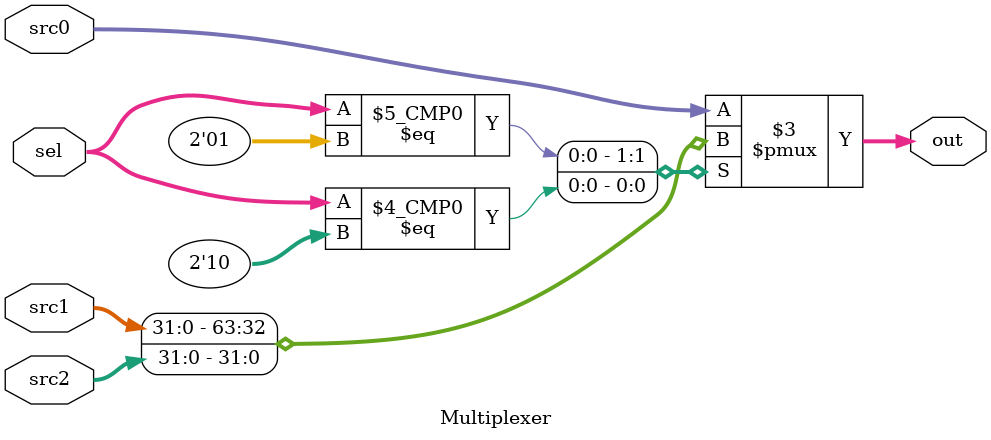
<source format=v>
module Multiplexer(src0, src1, src2, sel, out);
	parameter width = 32;
	input[width - 1:0] src0, src1, src2;
	input[1:0] sel;
	output reg[width-1:0] out;
	always @(*) begin
		case(sel)
			2'b00: begin
				out = src0;
			end
			2'b01: begin
				out = src1;
			end
			2'b10: begin
				out = src2;
			end
			default: begin
				out = src0;
			end
		endcase
	end
endmodule
</source>
